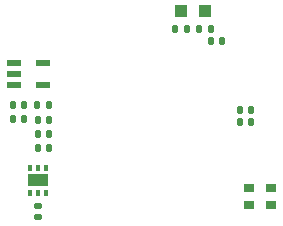
<source format=gbs>
%TF.GenerationSoftware,KiCad,Pcbnew,7.0.2*%
%TF.CreationDate,2023-07-30T22:12:35-04:00*%
%TF.ProjectId,CameraBoard,43616d65-7261-4426-9f61-72642e6b6963,rev?*%
%TF.SameCoordinates,Original*%
%TF.FileFunction,Soldermask,Bot*%
%TF.FilePolarity,Negative*%
%FSLAX46Y46*%
G04 Gerber Fmt 4.6, Leading zero omitted, Abs format (unit mm)*
G04 Created by KiCad (PCBNEW 7.0.2) date 2023-07-30 22:12:35*
%MOMM*%
%LPD*%
G01*
G04 APERTURE LIST*
G04 Aperture macros list*
%AMRoundRect*
0 Rectangle with rounded corners*
0 $1 Rounding radius*
0 $2 $3 $4 $5 $6 $7 $8 $9 X,Y pos of 4 corners*
0 Add a 4 corners polygon primitive as box body*
4,1,4,$2,$3,$4,$5,$6,$7,$8,$9,$2,$3,0*
0 Add four circle primitives for the rounded corners*
1,1,$1+$1,$2,$3*
1,1,$1+$1,$4,$5*
1,1,$1+$1,$6,$7*
1,1,$1+$1,$8,$9*
0 Add four rect primitives between the rounded corners*
20,1,$1+$1,$2,$3,$4,$5,0*
20,1,$1+$1,$4,$5,$6,$7,0*
20,1,$1+$1,$6,$7,$8,$9,0*
20,1,$1+$1,$8,$9,$2,$3,0*%
G04 Aperture macros list end*
%ADD10R,1.000000X1.000000*%
%ADD11RoundRect,0.135000X0.135000X0.185000X-0.135000X0.185000X-0.135000X-0.185000X0.135000X-0.185000X0*%
%ADD12RoundRect,0.140000X-0.140000X-0.170000X0.140000X-0.170000X0.140000X0.170000X-0.140000X0.170000X0*%
%ADD13R,0.350000X0.600000*%
%ADD14R,1.700000X1.100000*%
%ADD15R,0.900000X0.800000*%
%ADD16RoundRect,0.140000X0.140000X0.170000X-0.140000X0.170000X-0.140000X-0.170000X0.140000X-0.170000X0*%
%ADD17R,1.200000X0.600000*%
%ADD18RoundRect,0.135000X-0.135000X-0.185000X0.135000X-0.185000X0.135000X0.185000X-0.135000X0.185000X0*%
%ADD19RoundRect,0.140000X-0.170000X0.140000X-0.170000X-0.140000X0.170000X-0.140000X0.170000X0.140000X0*%
G04 APERTURE END LIST*
D10*
X48600000Y-90300000D03*
D11*
X51120000Y-91800000D03*
X50100000Y-91800000D03*
D12*
X36470000Y-99490000D03*
X37430000Y-99490000D03*
D13*
X35850000Y-103590000D03*
X36500000Y-103590000D03*
X37150000Y-103590000D03*
X37150000Y-105690000D03*
X36500000Y-105690000D03*
X35850000Y-105690000D03*
D14*
X36500000Y-104640000D03*
D12*
X53590000Y-98680000D03*
X54550000Y-98680000D03*
X34382340Y-98233510D03*
X35342340Y-98233510D03*
D15*
X56250000Y-106700000D03*
X54400000Y-106700000D03*
X54400000Y-105250000D03*
X56250000Y-105250000D03*
D12*
X53600000Y-99700000D03*
X54560000Y-99700000D03*
X36470000Y-101890000D03*
X37430000Y-101890000D03*
D10*
X50600000Y-90300000D03*
D16*
X52080000Y-92800000D03*
X51120000Y-92800000D03*
D17*
X34450000Y-96590000D03*
X34450000Y-95640000D03*
X34450000Y-94690000D03*
X36950000Y-94690000D03*
X36950000Y-96590000D03*
D18*
X48090000Y-91800000D03*
X49110000Y-91800000D03*
D12*
X36450000Y-98290000D03*
X37410000Y-98290000D03*
X34362340Y-99433510D03*
X35322340Y-99433510D03*
D19*
X36500000Y-106800000D03*
X36500000Y-107760000D03*
D12*
X36470000Y-100690000D03*
X37430000Y-100690000D03*
M02*

</source>
